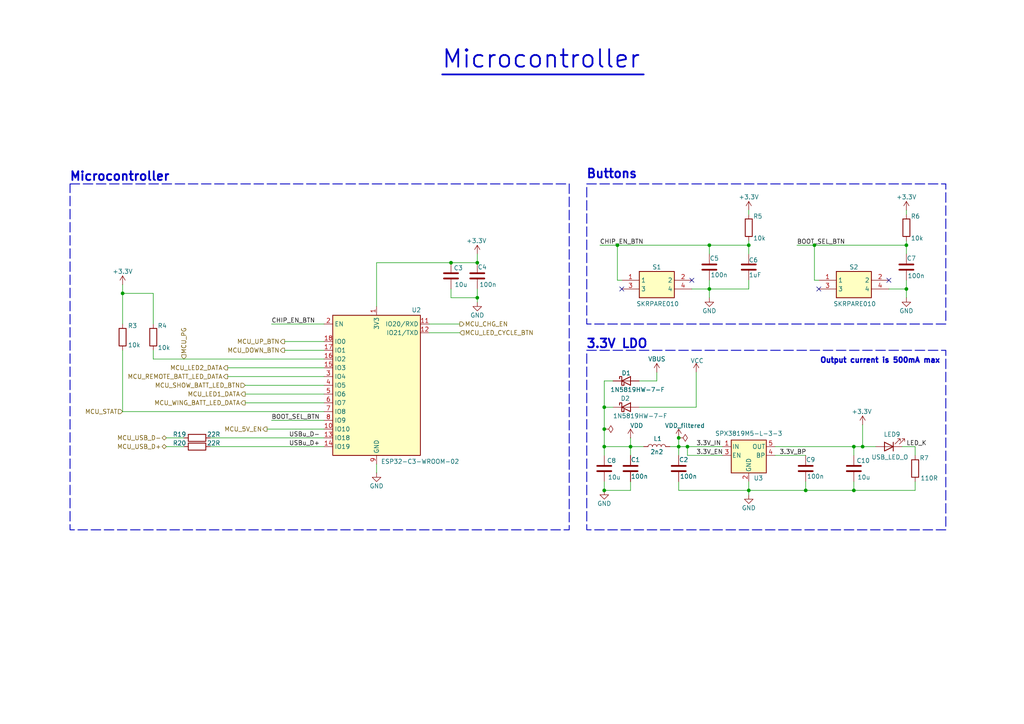
<source format=kicad_sch>
(kicad_sch (version 20250114) (generator "eeschema") (generator_version "9.0")
  (paper "A4")
  (lib_symbols
    (symbol "Device:C" (pin_numbers (hide yes)) (pin_names (offset 0.254))
      (property "Reference" "C" (at 0.635 2.54 0))
      (property "Value" "C" (at 0.635 -2.54 0))
      (symbol "C_0_1"
        (polyline (pts (xy -2.032 0.762) (xy 2.032 0.762)) (stroke (width 0.508)))
        (polyline (pts (xy -2.032 -0.762) (xy 2.032 -0.762)) (stroke (width 0.508)))
      )
      (symbol "C_1_1"
        (pin passive line (at 0 3.81 270) (length 2.794) (name "~") (number "1"))
        (pin passive line (at 0 -3.81 90) (length 2.794) (name "~") (number "2"))
      )
    )
    (symbol "Device:D_Schottky" (pin_numbers (hide yes)) (pin_names (offset 1.016) (hide yes))
      (property "Reference" "D" (at 0 2.54 0))
      (property "Value" "D_Schottky" (at 0 -2.54 0))
      (symbol "D_Schottky_0_1"
        (polyline (pts (xy -1.905 0.635) (xy -1.905 1.27) (xy -1.27 1.27) (xy -1.27 -1.27) (xy -0.635 -1.27) (xy -0.635 -0.635)) (stroke (width 0.254)))
        (polyline (pts (xy 1.27 1.27) (xy 1.27 -1.27) (xy -1.27 0) (xy 1.27 1.27)) (stroke (width 0.254)))
        (polyline (pts (xy 1.27 0) (xy -1.27 0)))
      )
      (symbol "D_Schottky_1_1"
        (pin passive line (at -3.81 0 0) (length 2.54) (name "K") (number "1"))
        (pin passive line (at 3.81 0 180) (length 2.54) (name "A") (number "2"))
      )
    )
    (symbol "Device:L" (pin_numbers (hide yes)) (pin_names (offset 1.016) (hide yes))
      (property "Reference" "L" (at -1.27 0 90))
      (property "Value" "L" (at 1.905 0 90))
      (symbol "L_0_1"
        (arc (start 0 2.54) (mid 0.6323 1.905) (end 0 1.27))
        (arc (start 0 1.27) (mid 0.6323 0.635) (end 0 0))
        (arc (start 0 0) (mid 0.6323 -0.635) (end 0 -1.27))
        (arc (start 0 -1.27) (mid 0.6323 -1.905) (end 0 -2.54))
      )
      (symbol "L_1_1"
        (pin passive line (at 0 3.81 270) (length 1.27) (name "1") (number "1"))
        (pin passive line (at 0 -3.81 90) (length 1.27) (name "2") (number "2"))
      )
    )
    (symbol "Device:LED" (pin_numbers (hide yes)) (pin_names (offset 1.016) (hide yes))
      (property "Reference" "D" (at 0 2.54 0))
      (property "Value" "LED" (at 0 -2.54 0))
      (symbol "LED_0_1"
        (polyline (pts (xy -3.048 -0.762) (xy -4.572 -2.286) (xy -3.81 -2.286) (xy -4.572 -2.286) (xy -4.572 -1.524)))
        (polyline (pts (xy -1.778 -0.762) (xy -3.302 -2.286) (xy -2.54 -2.286) (xy -3.302 -2.286) (xy -3.302 -1.524)))
        (polyline (pts (xy -1.27 0) (xy 1.27 0)))
        (polyline (pts (xy -1.27 -1.27) (xy -1.27 1.27)) (stroke (width 0.254)))
        (polyline (pts (xy 1.27 -1.27) (xy 1.27 1.27) (xy -1.27 0) (xy 1.27 -1.27)) (stroke (width 0.254)))
      )
      (symbol "LED_1_1"
        (pin passive line (at -3.81 0 0) (length 2.54) (name "K") (number "1"))
        (pin passive line (at 3.81 0 180) (length 2.54) (name "A") (number "2"))
      )
    )
    (symbol "No silk screen devices:R" (pin_numbers (hide yes)) (pin_names (offset 0))
      (property "Reference" "R" (at 2.032 0 90))
      (property "Value" "R" (at 0 0 90))
      (symbol "R_0_1"
        (rectangle (start -1.016 -2.54) (end 1.016 2.54) (stroke (width 0.254)))
      )
      (symbol "R_1_1"
        (pin passive line (at 0 3.81 270) (length 1.27) (name "~") (number "1"))
        (pin passive line (at 0 -3.81 90) (length 1.27) (name "~") (number "2"))
      )
    )
    (symbol "RF_Module:ESP32-C3-WROOM-02"
      (property "Reference" "U" (at -12.192 21.336 0))
      (property "Value" "ESP32-C3-WROOM-02" (at 12.192 21.336 0))
      (symbol "ESP32-C3-WROOM-02_1_1"
        (rectangle (start -12.7 20.32) (end 12.7 -20.32) (stroke (width 0.254)) (fill (type background)))
        (pin input line (at -15.24 17.78 0) (length 2.54) (name "EN") (number "2"))
        (pin bidirectional line (at -15.24 12.7 0) (length 2.54) (name "IO0") (number "18"))
        (pin bidirectional line (at -15.24 10.16 0) (length 2.54) (name "IO1") (number "17"))
        (pin bidirectional line (at -15.24 7.62 0) (length 2.54) (name "IO2") (number "16"))
        (pin bidirectional line (at -15.24 5.08 0) (length 2.54) (name "IO3") (number "15"))
        (pin bidirectional line (at -15.24 2.54 0) (length 2.54) (name "IO4") (number "3"))
        (pin bidirectional line (at -15.24 0 0) (length 2.54) (name "IO5") (number "4"))
        (pin bidirectional line (at -15.24 -2.54 0) (length 2.54) (name "IO6") (number "5"))
        (pin bidirectional line (at -15.24 -5.08 0) (length 2.54) (name "IO7") (number "6"))
        (pin bidirectional line (at -15.24 -7.62 0) (length 2.54) (name "IO8") (number "7"))
        (pin bidirectional line (at -15.24 -10.16 0) (length 2.54) (name "IO9") (number "8"))
        (pin bidirectional line (at -15.24 -12.7 0) (length 2.54) (name "IO10") (number "10"))
        (pin bidirectional line (at -15.24 -15.24 0) (length 2.54) (name "IO18") (number "13"))
        (pin bidirectional line (at -15.24 -17.78 0) (length 2.54) (name "IO19") (number "14"))
        (pin power_in line (at 0 22.86 270) (length 2.54) (name "3V3") (number "1"))
        (pin passive line (at 0 -22.86 90) (length 2.54) (hide yes) (name "GND") (number "19"))
        (pin power_in line (at 0 -22.86 90) (length 2.54) (name "GND") (number "9"))
        (pin bidirectional line (at 15.24 17.78 180) (length 2.54) (name "IO20/RXD") (number "11"))
        (pin bidirectional line (at 15.24 15.24 180) (length 2.54) (name "IO21/TXD") (number "12"))
      )
    )
    (symbol "Regulator_Linear:SPX3819M5-L-3-3" (pin_names (offset 0.254))
      (property "Reference" "U" (at -3.81 5.715 0))
      (property "Value" "SPX3819M5-L-3-3" (at 0 5.715 0))
      (symbol "SPX3819M5-L-3-3_0_1"
        (rectangle (start -5.08 4.445) (end 5.08 -5.08) (stroke (width 0.254)) (fill (type background)))
      )
      (symbol "SPX3819M5-L-3-3_1_1"
        (pin power_in line (at -7.62 2.54 0) (length 2.54) (name "IN") (number "1"))
        (pin input line (at -7.62 0 0) (length 2.54) (name "EN") (number "3"))
        (pin power_in line (at 0 -7.62 90) (length 2.54) (name "GND") (number "2"))
        (pin power_out line (at 7.62 2.54 180) (length 2.54) (name "OUT") (number "5"))
        (pin input line (at 7.62 0 180) (length 2.54) (name "BP") (number "4"))
      )
    )
    (symbol "SKRPARE010_1"
      (property "Reference" "S" (at 16.51 7.62 0))
      (property "Value" "SKRPARE010" (at 16.51 5.08 0))
      (symbol "SKRPARE010_1_1_1"
        (rectangle (start 5.08 2.54) (end 15.24 -5.08) (stroke (width 0.254)) (fill (type background)))
        (pin passive line (at 0 0 0) (length 5.08) (name "1") (number "1"))
        (pin passive line (at 0 -2.54 0) (length 5.08) (name "3") (number "3"))
        (pin passive line (at 20.32 0 180) (length 5.08) (name "2") (number "2"))
        (pin passive line (at 20.32 -2.54 180) (length 5.08) (name "4") (number "4"))
      )
    )
    (symbol "power:+3.3V" (power) (pin_numbers (hide yes)) (pin_names (offset 0) (hide yes))
      (property "Value" "+3.3V" (at 0 3.556 0))
      (symbol "+3.3V_0_1"
        (polyline (pts (xy -0.762 1.27) (xy 0 2.54)))
        (polyline (pts (xy 0 2.54) (xy 0.762 1.27)))
        (polyline (pts (xy 0 0) (xy 0 2.54)))
      )
      (symbol "+3.3V_1_1"
        (pin power_in line (at 0 0 90) (length 0) (name "~") (number "1"))
      )
    )
    (symbol "power:GND" (power) (pin_numbers (hide yes)) (pin_names (offset 0) (hide yes))
      (property "Value" "GND" (at 0 -3.81 0))
      (symbol "GND_0_1"
        (polyline (pts (xy 0 0) (xy 0 -1.27) (xy 1.27 -1.27) (xy 0 -2.54) (xy -1.27 -1.27) (xy 0 -1.27)))
      )
      (symbol "GND_1_1"
        (pin power_in line (at 0 0 270) (length 0) (name "~") (number "1"))
      )
    )
    (symbol "power:PWR_FLAG" (power) (pin_numbers (hide yes)) (pin_names (offset 0) (hide yes))
      (property "Value" "PWR_FLAG" (at 0 3.81 0))
      (symbol "PWR_FLAG_0_0"
        (pin power_out line (at 0 0 90) (length 0) (name "~") (number "1"))
      )
      (symbol "PWR_FLAG_0_1"
        (polyline (pts (xy 0 0) (xy 0 1.27) (xy -1.016 1.905) (xy 0 2.54) (xy 1.016 1.905) (xy 0 1.27)))
      )
    )
    (symbol "power:VBUS" (power) (pin_numbers (hide yes)) (pin_names (offset 0) (hide yes))
      (property "Value" "VBUS" (at 0 3.556 0))
      (symbol "VBUS_0_1"
        (polyline (pts (xy -0.762 1.27) (xy 0 2.54)))
        (polyline (pts (xy 0 2.54) (xy 0.762 1.27)))
        (polyline (pts (xy 0 0) (xy 0 2.54)))
      )
      (symbol "VBUS_1_1"
        (pin power_in line (at 0 0 90) (length 0) (name "~") (number "1"))
      )
    )
    (symbol "power:VCC" (power) (pin_numbers (hide yes)) (pin_names (offset 0) (hide yes))
      (property "Value" "VCC" (at 0 3.556 0))
      (symbol "VCC_0_1"
        (polyline (pts (xy -0.762 1.27) (xy 0 2.54)))
        (polyline (pts (xy 0 2.54) (xy 0.762 1.27)))
        (polyline (pts (xy 0 0) (xy 0 2.54)))
      )
      (symbol "VCC_1_1"
        (pin power_in line (at 0 0 90) (length 0) (name "~") (number "1"))
      )
    )
  )
  (rectangle (start 20.32 53.34) (end 165.1 153.67) (stroke (width 0.254) (type dash)))
  (rectangle (start 170.18 101.6) (end 274.32 153.67) (stroke (width 0.254) (type dash)))
  (rectangle (start 170.18 53.34) (end 274.32 93.98) (stroke (width 0.254) (type dash)))
  (text "Output current is 500mA max" (at 237.744 104.648 0) (effects (font (size 1.524 1.524) (thickness 0.4064) (bold yes)) (justify left)))
  (text "Microcontroller\n" (at 156.972 17.272 0) (effects (font (size 5.08 5.08) (thickness 0.508) (bold yes))))
  (text "Microcontroller" (at 20.066 51.308 0) (effects (font (size 2.54 2.54) (thickness 0.508) (bold yes)) (justify left)))
  (text "Buttons" (at 169.926 50.546 0) (effects (font (size 2.54 2.54) (thickness 0.508) (bold yes)) (justify left)))
  (text "3.3V LDO" (at 169.926 99.822 0) (effects (font (size 2.54 2.54) (thickness 0.508) (bold yes)) (justify left)))
  (junction (at 175.26 124.46))
  (junction (at 205.74 83.82))
  (junction (at 196.85 127))
  (junction (at 196.85 129.54))
  (junction (at 175.26 129.54))
  (junction (at 175.26 142.24))
  (junction (at 217.17 142.24))
  (junction (at 217.17 71.12))
  (junction (at 236.22 71.12))
  (junction (at 250.19 129.54))
  (junction (at 199.39 129.54))
  (junction (at 205.74 71.12))
  (junction (at 138.43 86.36))
  (junction (at 175.26 118.11))
  (junction (at 130.81 76.2))
  (junction (at 233.68 142.24))
  (junction (at 182.88 129.54))
  (junction (at 262.89 71.12))
  (junction (at 179.07 71.12))
  (junction (at 138.43 76.2))
  (junction (at 247.65 129.54))
  (junction (at 35.56 85.09))
  (junction (at 247.65 142.24))
  (junction (at 262.89 83.82))
  (no_connect (at 237.49 83.82))
  (no_connect (at 257.81 81.28))
  (no_connect (at 200.66 81.28))
  (no_connect (at 180.34 83.82))
  (wire (pts (xy 190.5 107.95) (xy 190.5 110.49)))
  (wire (pts (xy 209.55 132.08) (xy 199.39 132.08)))
  (wire (pts (xy 78.74 121.92) (xy 93.98 121.92)))
  (wire (pts (xy 182.88 139.7) (xy 182.88 142.24)))
  (wire (pts (xy 44.45 93.98) (xy 44.45 85.09)))
  (wire (pts (xy 205.74 83.82) (xy 205.74 81.28)))
  (wire (pts (xy 196.85 142.24) (xy 217.17 142.24)))
  (wire (pts (xy 224.79 129.54) (xy 247.65 129.54)))
  (wire (pts (xy 35.56 82.55) (xy 35.56 85.09)))
  (wire (pts (xy 262.89 69.85) (xy 262.89 71.12)))
  (wire (pts (xy 236.22 81.28) (xy 236.22 71.12)))
  (wire (pts (xy 265.43 132.08) (xy 265.43 129.54)))
  (wire (pts (xy 182.88 127) (xy 182.88 129.54)))
  (wire (pts (xy 257.81 83.82) (xy 262.89 83.82)))
  (wire (pts (xy 175.26 139.7) (xy 175.26 142.24)))
  (wire (pts (xy 224.79 132.08) (xy 233.68 132.08)))
  (wire (pts (xy 77.47 124.46) (xy 93.98 124.46)))
  (wire (pts (xy 179.07 71.12) (xy 205.74 71.12)))
  (wire (pts (xy 177.8 110.49) (xy 175.26 110.49)))
  (wire (pts (xy 236.22 71.12) (xy 262.89 71.12)))
  (wire (pts (xy 196.85 129.54) (xy 199.39 129.54)))
  (wire (pts (xy 217.17 69.85) (xy 217.17 71.12)))
  (wire (pts (xy 82.55 101.6) (xy 93.98 101.6)))
  (wire (pts (xy 60.96 127) (xy 93.98 127)))
  (wire (pts (xy 138.43 73.66) (xy 138.43 76.2)))
  (wire (pts (xy 35.56 101.6) (xy 35.56 119.38)))
  (wire (pts (xy 60.96 129.54) (xy 93.98 129.54)))
  (wire (pts (xy 217.17 142.24) (xy 217.17 143.51)))
  (wire (pts (xy 138.43 76.2) (xy 130.81 76.2)))
  (wire (pts (xy 217.17 60.96) (xy 217.17 62.23)))
  (wire (pts (xy 200.66 83.82) (xy 205.74 83.82)))
  (wire (pts (xy 130.81 83.82) (xy 130.81 86.36)))
  (wire (pts (xy 138.43 83.82) (xy 138.43 86.36)))
  (wire (pts (xy 262.89 83.82) (xy 262.89 81.28)))
  (wire (pts (xy 247.65 139.7) (xy 247.65 142.24)))
  (wire (pts (xy 173.99 71.12) (xy 179.07 71.12)))
  (wire (pts (xy 196.85 139.7) (xy 196.85 142.24)))
  (wire (pts (xy 265.43 142.24) (xy 247.65 142.24)))
  (wire (pts (xy 175.26 124.46) (xy 175.26 129.54)))
  (wire (pts (xy 35.56 85.09) (xy 44.45 85.09)))
  (wire (pts (xy 217.17 83.82) (xy 205.74 83.82)))
  (wire (pts (xy 182.88 129.54) (xy 186.69 129.54)))
  (wire (pts (xy 66.04 106.68) (xy 93.98 106.68)))
  (wire (pts (xy 180.34 81.28) (xy 179.07 81.28)))
  (wire (pts (xy 194.31 129.54) (xy 196.85 129.54)))
  (wire (pts (xy 254 129.54) (xy 250.19 129.54)))
  (wire (pts (xy 71.12 114.3) (xy 93.98 114.3)))
  (wire (pts (xy 217.17 139.7) (xy 217.17 142.24)))
  (wire (pts (xy 250.19 129.54) (xy 247.65 129.54)))
  (wire (pts (xy 175.26 129.54) (xy 182.88 129.54)))
  (wire (pts (xy 265.43 129.54) (xy 261.62 129.54)))
  (wire (pts (xy 196.85 127) (xy 196.85 129.54)))
  (wire (pts (xy 262.89 83.82) (xy 262.89 86.36)))
  (wire (pts (xy 109.22 76.2) (xy 130.81 76.2)))
  (wire (pts (xy 217.17 73.66) (xy 217.17 71.12)))
  (wire (pts (xy 109.22 76.2) (xy 109.22 88.9)))
  (wire (pts (xy 44.45 101.6) (xy 44.45 104.14)))
  (wire (pts (xy 265.43 139.7) (xy 265.43 142.24)))
  (wire (pts (xy 175.26 110.49) (xy 175.26 118.11)))
  (wire (pts (xy 78.74 93.98) (xy 93.98 93.98)))
  (wire (pts (xy 124.46 96.52) (xy 133.35 96.52)))
  (wire (pts (xy 71.12 111.76) (xy 93.98 111.76)))
  (wire (pts (xy 205.74 71.12) (xy 205.74 73.66)))
  (wire (pts (xy 48.26 129.54) (xy 53.34 129.54)))
  (wire (pts (xy 35.56 119.38) (xy 93.98 119.38)))
  (wire (pts (xy 201.93 107.95) (xy 201.93 118.11)))
  (wire (pts (xy 48.26 127) (xy 53.34 127)))
  (wire (pts (xy 217.17 81.28) (xy 217.17 83.82)))
  (wire (pts (xy 71.12 116.84) (xy 93.98 116.84)))
  (wire (pts (xy 190.5 110.49) (xy 185.42 110.49)))
  (wire (pts (xy 182.88 129.54) (xy 182.88 132.08)))
  (polyline (pts (xy 128.27 21.59) (xy 186.69 21.59)) (stroke (width 0.5) (type solid)))
  (wire (pts (xy 237.49 81.28) (xy 236.22 81.28)))
  (wire (pts (xy 138.43 87.63) (xy 138.43 86.36)))
  (wire (pts (xy 233.68 139.7) (xy 233.68 142.24)))
  (wire (pts (xy 199.39 129.54) (xy 209.55 129.54)))
  (wire (pts (xy 247.65 129.54) (xy 247.65 132.08)))
  (wire (pts (xy 250.19 123.19) (xy 250.19 129.54)))
  (wire (pts (xy 175.26 118.11) (xy 175.26 124.46)))
  (wire (pts (xy 82.55 99.06) (xy 93.98 99.06)))
  (wire (pts (xy 205.74 71.12) (xy 217.17 71.12)))
  (wire (pts (xy 231.14 71.12) (xy 236.22 71.12)))
  (wire (pts (xy 179.07 81.28) (xy 179.07 71.12)))
  (wire (pts (xy 196.85 129.54) (xy 196.85 132.08)))
  (wire (pts (xy 217.17 142.24) (xy 233.68 142.24)))
  (wire (pts (xy 199.39 132.08) (xy 199.39 129.54)))
  (wire (pts (xy 109.22 134.62) (xy 109.22 137.16)))
  (wire (pts (xy 66.04 109.22) (xy 93.98 109.22)))
  (wire (pts (xy 175.26 132.08) (xy 175.26 129.54)))
  (wire (pts (xy 262.89 60.96) (xy 262.89 62.23)))
  (wire (pts (xy 182.88 142.24) (xy 175.26 142.24)))
  (wire (pts (xy 35.56 93.98) (xy 35.56 85.09)))
  (wire (pts (xy 175.26 118.11) (xy 177.8 118.11)))
  (wire (pts (xy 205.74 83.82) (xy 205.74 86.36)))
  (wire (pts (xy 247.65 142.24) (xy 233.68 142.24)))
  (wire (pts (xy 262.89 71.12) (xy 262.89 73.66)))
  (wire (pts (xy 44.45 104.14) (xy 93.98 104.14)))
  (wire (pts (xy 124.46 93.98) (xy 133.35 93.98)))
  (wire (pts (xy 185.42 118.11) (xy 201.93 118.11)))
  (wire (pts (xy 130.81 86.36) (xy 138.43 86.36)))
  (label "BOOT_SEL_BTN" (at 231.14 71.12 0))
  (label "CHIP_EN_BTN" (at 78.74 93.98 0))
  (label "3.3V_IN" (at 201.93 129.54 0))
  (label "USBu_D+" (at 83.82 129.54 0))
  (label "3.3V_BP" (at 226.06 132.08 0))
  (label "BOOT_SEL_BTN" (at 78.74 121.92 0))
  (label "3.3V_EN" (at 201.93 132.08 0))
  (label "LED_K" (at 262.89 129.54 0))
  (label "USBu_D-" (at 83.82 127 0))
  (label "CHIP_EN_BTN" (at 173.99 71.12 0))
  (hierarchical_label "MCU_LED2_DATA" (shape output) (at 66.04 106.68 180))
  (hierarchical_label "MCU_LED1_DATA" (shape output) (at 71.12 114.3 180))
  (hierarchical_label "MCU_SHOW_BATT_LED_BTN" (shape input) (at 71.12 111.76 180))
  (hierarchical_label "MCU_DOWN_BTN" (shape output) (at 82.55 101.6 180))
  (hierarchical_label "MCU_REMOTE_BATT_LED_DATA" (shape output) (at 66.04 109.22 180))
  (hierarchical_label "MCU_STAT" (shape input) (at 35.56 119.38 180))
  (hierarchical_label "MCU_USB_D-" (shape bidirectional) (at 48.26 127 180))
  (hierarchical_label "MCU_5V_EN" (shape output) (at 77.47 124.46 180))
  (hierarchical_label "MCU_LED_CYCLE_BTN" (shape input) (at 133.35 96.52 0))
  (hierarchical_label "MCU_UP_BTN" (shape output) (at 82.55 99.06 180))
  (hierarchical_label "MCU_USB_D+" (shape bidirectional) (at 48.26 129.54 180))
  (hierarchical_label "MCU_CHG_EN" (shape output) (at 133.35 93.98 0))
  (hierarchical_label "MCU_WING_BATT_LED_DATA" (shape output) (at 71.12 116.84 180))
  (hierarchical_label "MCU_PG" (shape input) (at 53.34 104.14 90))
  (symbol (lib_id "power:VBUS") (at 190.5 107.95 0) (unit 1)
    (property "Reference" "#PWR012" (effects (hide yes)))
    (property "Value" "VBUS" (at 190.5 104.14 0))
    (property "Description" "Power symbol creates a global label with name \"VBUS\"" (effects (hide yes)))
  )
  (symbol (lib_id "Device:C") (at 205.74 77.47 180) (unit 1)
    (property "Reference" "C5" (at 208.534 74.93 0) (effects (justify left)))
    (property "Value" "100n" (at 211.074 79.756 0) (effects (justify left)))
    (property "Footprint" "No_silkscreen:C_0402_1005Metric" (effects (hide yes)))
    (property "Description" "CC0402KRX7R8BB104" (effects (hide yes)))
  )
  (symbol (lib_id "power:GND") (at 262.89 86.36 0) (unit 1)
    (property "Reference" "#PWR0123" (effects (hide yes)))
    (property "Value" "GND" (at 262.89 90.17 0))
    (property "Description" "Power symbol creates a global label with name \"GND\" , ground" (effects (hide yes)))
  )
  (symbol (lib_id "power:PWR_FLAG") (at 175.26 124.46 270) (unit 1)
    (property "Reference" "#FLG0103" (effects (hide yes)))
    (property "Value" "PWR_FLAG" (effects (hide yes)))
    (property "Description" "Special symbol for telling ERC where power comes from" (effects (hide yes)))
  )
  (symbol (lib_id "Device:C") (at 262.89 77.47 180) (unit 1)
    (property "Reference" "C7" (at 265.684 74.93 0) (effects (justify left)))
    (property "Value" "100n" (at 268.224 80.01 0) (effects (justify left)))
    (property "Footprint" "No_silkscreen:C_0402_1005Metric" (effects (hide yes)))
    (property "Description" "CC0402KRX7R8BB104" (effects (hide yes)))
  )
  (symbol (lib_id "No silk screen devices:R") (at 57.15 127 90) (unit 1)
    (property "Reference" "R19" (at 52.07 125.984 90))
    (property "Value" "22R" (at 61.976 125.984 90))
    (property "Footprint" "No_silkscreen:R_0402_1005Metric" (effects (hide yes)))
    (property "Description" "Resistor" (effects (hide yes)))
  )
  (symbol (lib_id "power:GND") (at 205.74 86.36 0) (unit 1)
    (property "Reference" "#PWR0121" (effects (hide yes)))
    (property "Value" "GND" (at 205.74 90.17 0))
    (property "Description" "Power symbol creates a global label with name \"GND\" , ground" (effects (hide yes)))
  )
  (symbol (lib_id "power:VBUS") (at 196.85 127 0) (unit 1)
    (property "Reference" "#PWR0130" (effects (hide yes)))
    (property "Value" "VDD_filtered" (at 198.628 123.444 0))
    (property "Description" "Power symbol creates a global label with name \"VBUS\"" (effects (hide yes)))
  )
  (symbol (lib_id "Device:C") (at 138.43 80.01 180) (unit 1)
    (property "Reference" "C4" (at 141.224 77.47 0) (effects (justify left)))
    (property "Value" "100n" (at 144.018 82.55 0) (effects (justify left)))
    (property "Footprint" "No_silkscreen:C_0402_1005Metric" (effects (hide yes)))
    (property "Description" "CC0402KRX7R8BB104" (effects (hide yes)))
  )
  (symbol (lib_id "Device:C") (at 196.85 135.89 180) (unit 1)
    (property "Reference" "C2" (at 199.644 133.35 0) (effects (justify left)))
    (property "Value" "100n" (at 202.184 138.176 0) (effects (justify left)))
    (property "Footprint" "No_silkscreen:C_0402_1005Metric" (effects (hide yes)))
    (property "Description" "CC0402KRX7R8BB104" (effects (hide yes)))
  )
  (symbol (lib_id "power:+3.3V") (at 217.17 60.96 0) (unit 1)
    (property "Reference" "#PWR0120" (effects (hide yes)))
    (property "Value" "+3.3V" (at 217.17 57.15 0))
    (property "Description" "Power symbol creates a global label with name \"+3.3V\"" (effects (hide yes)))
  )
  (symbol (lib_id "Device:D_Schottky") (at 181.61 118.11 0) (unit 1)
    (property "Reference" "D2" (at 181.356 115.57 0))
    (property "Value" "1N5819HW-7-F" (at 185.674 120.65 0))
    (property "Footprint" "Diode_SMD:D_SOD-123" (effects (hide yes)))
    (property "Description" "Schottky diode" (effects (hide yes)))
  )
  (symbol (lib_name "SKRPARE010_1") (lib_id "SKRPARE010:SKRPARE010") (at 237.49 81.28 0) (unit 1)
    (property "Reference" "S2" (at 247.65 77.47 0))
    (property "Value" "SKRPARE010" (at 247.904 88.138 0))
    (property "Footprint" "SKRPARE010:SKRPARE010" (effects (hide yes)))
    (property "Datasheet" "https://tech.alpsalpine.com/e/products/detail/SKRPARE010/" (effects (hide yes)))
    (property "Description" "Tactile Switches F=5N ,100M min. 100V DC for 1 min. 250V AC for 1 min. 50mA 16V DC , -40 to +90" (effects (hide yes)))
    (property "Height" "2.5" (effects (hide yes)))
    (property "Mouser Part Number" "688-SKRPARE010" (effects (hide yes)))
    (property "Mouser Price/Stock" "https://www.mouser.co.uk/ProductDetail/Alps-Alpine/SKRPARE010?qs=w%2Fv1CP2dgqqtJ13ywv6BaA%3D%3D" (effects (hide yes)))
    (property "Manufacturer_Name" "ALPS Electric" (effects (hide yes)))
    (property "Manufacturer_Part_Number" "SKRPARE010" (effects (hide yes)))
  )
  (symbol (lib_id "Device:C") (at 217.17 77.47 0) (unit 1)
    (property "Reference" "C6" (at 217.17 75.438 0) (effects (justify left)))
    (property "Value" "1uF" (at 217.17 79.756 0) (effects (justify left)))
    (property "Footprint" "No_silkscreen:C_0402_1005Metric" (effects (hide yes)))
    (property "Description" "Unpolarized capacitor" (effects (hide yes)))
  )
  (symbol (lib_id "power:+3.3V") (at 250.19 123.19 0) (unit 1)
    (property "Reference" "#PWR0119" (effects (hide yes)))
    (property "Value" "+3.3V" (at 249.936 119.38 0))
    (property "Description" "Power symbol creates a global label with name \"+3.3V\"" (effects (hide yes)))
  )
  (symbol (lib_id "power:PWR_FLAG") (at 196.85 127 270) (unit 1)
    (property "Reference" "#FLG01" (effects (hide yes)))
    (property "Value" "PWR_FLAG" (effects (hide yes)))
    (property "Description" "Special symbol for telling ERC where power comes from" (effects (hide yes)))
  )
  (symbol (lib_id "No silk screen devices:R") (at 265.43 135.89 0) (unit 1)
    (property "Reference" "R7" (at 266.7 132.842 0) (effects (justify left)))
    (property "Value" "110R" (at 266.954 138.684 0) (effects (justify left)))
    (property "Footprint" "No_silkscreen:R_0402_1005Metric" (effects (hide yes)))
    (property "Description" "Resistor" (effects (hide yes)))
  )
  (symbol (lib_id "power:GND") (at 175.26 142.24 0) (unit 1)
    (property "Reference" "#PWR0132" (effects (hide yes)))
    (property "Value" "GND" (at 175.26 146.05 0))
    (property "Description" "Power symbol creates a global label with name \"GND\" , ground" (effects (hide yes)))
  )
  (symbol (lib_id "RF_Module:ESP32-C3-WROOM-02") (at 109.22 111.76 0) (unit 1)
    (property "Reference" "U2" (at 119.38 89.916 0) (effects (justify left)))
    (property "Value" "ESP32-C3-WROOM-02" (at 110.49 133.858 0) (effects (justify left)))
    (property "Footprint" "RF_Module:ESP32-C3-WROOM-02" (effects (hide yes)))
    (property "Datasheet" "https://www.espressif.com/sites/default/files/documentation/esp32-c3-wroom-02_datasheet_en.pdf" (effects (hide yes)))
    (property "Description" "802.11 b/g/n Wi­Fi and Bluetooth 5 module, ESP32­C3 SoC, RISC­V microprocessor, On-board antenna" (effects (hide yes)))
  )
  (symbol (lib_id "No silk screen devices:R") (at 217.17 66.04 0) (unit 1)
    (property "Reference" "R5" (at 218.44 62.738 0) (effects (justify left)))
    (property "Value" "10k" (at 218.44 69.088 0) (effects (justify left)))
    (property "Footprint" "No_silkscreen:R_0402_1005Metric" (effects (hide yes)))
    (property "Description" "Resistor" (effects (hide yes)))
  )
  (symbol (lib_id "Device:C") (at 233.68 135.89 180) (unit 1)
    (property "Reference" "C9" (at 236.474 133.35 0) (effects (justify left)))
    (property "Value" "100n" (at 239.014 138.176 0) (effects (justify left)))
    (property "Footprint" "No_silkscreen:C_0402_1005Metric" (effects (hide yes)))
    (property "Description" "CC0402KRX7R8BB104" (effects (hide yes)))
  )
  (symbol (lib_id "No silk screen devices:R") (at 262.89 66.04 0) (unit 1)
    (property "Reference" "R6" (at 264.16 62.738 0) (effects (justify left)))
    (property "Value" "10k" (at 264.16 69.088 0) (effects (justify left)))
    (property "Footprint" "No_silkscreen:R_0402_1005Metric" (effects (hide yes)))
    (property "Description" "Resistor" (effects (hide yes)))
  )
  (symbol (lib_id "power:GND") (at 217.17 143.51 0) (unit 1)
    (property "Reference" "#PWR0129" (effects (hide yes)))
    (property "Value" "GND" (at 217.17 147.32 0))
    (property "Description" "Power symbol creates a global label with name \"GND\" , ground" (effects (hide yes)))
  )
  (symbol (lib_id "No silk screen devices:R") (at 35.56 97.79 0) (unit 1)
    (property "Reference" "R3" (at 37.084 94.488 0) (effects (justify left)))
    (property "Value" "10k" (at 37.084 100.076 0) (effects (justify left)))
    (property "Footprint" "No_silkscreen:R_0402_1005Metric" (effects (hide yes)))
    (property "Description" "Resistor" (effects (hide yes)))
  )
  (symbol (lib_id "Device:C") (at 130.81 80.01 0) (unit 1)
    (property "Reference" "C3" (at 131.572 77.724 0) (effects (justify left)))
    (property "Value" "10u" (at 131.826 82.55 0) (effects (justify left)))
    (property "Footprint" "No_silkscreen:C_0603_1608Metric" (effects (hide yes)))
    (property "Description" "Unpolarized capacitor" (effects (hide yes)))
  )
  (symbol (lib_id "Device:D_Schottky") (at 181.61 110.49 0) (unit 1)
    (property "Reference" "D1" (at 181.61 108.204 0))
    (property "Value" "1N5819HW-7-F" (at 184.912 113.03 0))
    (property "Footprint" "Diode_SMD:D_SOD-123" (effects (hide yes)))
    (property "Description" "Schottky diode" (effects (hide yes)))
  )
  (symbol (lib_id "No silk screen devices:R") (at 57.15 129.54 90) (unit 1)
    (property "Reference" "R20" (at 52.07 128.524 90))
    (property "Value" "22R" (at 61.976 128.524 90))
    (property "Footprint" "No_silkscreen:R_0402_1005Metric" (effects (hide yes)))
    (property "Description" "Resistor" (effects (hide yes)))
  )
  (symbol (lib_id "power:GND") (at 138.43 87.63 0) (unit 1)
    (property "Reference" "#PWR0118" (effects (hide yes)))
    (property "Value" "GND" (at 138.43 91.44 0))
    (property "Description" "Power symbol creates a global label with name \"GND\" , ground" (effects (hide yes)))
  )
  (symbol (lib_id "Device:C") (at 175.26 135.89 0) (unit 1)
    (property "Reference" "C8" (at 176.022 133.604 0) (effects (justify left)))
    (property "Value" "10u" (at 176.276 138.43 0) (effects (justify left)))
    (property "Footprint" "No_silkscreen:C_0603_1608Metric" (effects (hide yes)))
    (property "Description" "Unpolarized capacitor" (effects (hide yes)))
  )
  (symbol (lib_id "power:VBUS") (at 182.88 127 0) (unit 1)
    (property "Reference" "#PWR09" (effects (hide yes)))
    (property "Value" "VDD" (at 184.658 123.444 0))
    (property "Description" "Power symbol creates a global label with name \"VBUS\"" (effects (hide yes)))
  )
  (symbol (lib_id "power:+3.3V") (at 35.56 82.55 0) (unit 1)
    (property "Reference" "#PWR0124" (effects (hide yes)))
    (property "Value" "+3.3V" (at 35.56 78.74 0))
    (property "Description" "Power symbol creates a global label with name \"+3.3V\"" (effects (hide yes)))
  )
  (symbol (lib_id "Device:C") (at 247.65 135.89 0) (unit 1)
    (property "Reference" "C10" (at 248.412 133.604 0) (effects (justify left)))
    (property "Value" "10u" (at 248.666 138.43 0) (effects (justify left)))
    (property "Footprint" "No_silkscreen:C_0603_1608Metric" (effects (hide yes)))
    (property "Description" "Unpolarized capacitor" (effects (hide yes)))
  )
  (symbol (lib_id "No silk screen devices:R") (at 44.45 97.79 0) (unit 1)
    (property "Reference" "R4" (at 45.72 94.488 0) (effects (justify left)))
    (property "Value" "10k" (at 45.72 100.838 0) (effects (justify left)))
    (property "Footprint" "No_silkscreen:R_0402_1005Metric" (effects (hide yes)))
    (property "Description" "Resistor" (effects (hide yes)))
  )
  (symbol (lib_id "power:GND") (at 109.22 137.16 0) (unit 1)
    (property "Reference" "#PWR0125" (effects (hide yes)))
    (property "Value" "GND" (at 109.22 140.97 0))
    (property "Description" "Power symbol creates a global label with name \"GND\" , ground" (effects (hide yes)))
  )
  (symbol (lib_id "power:VCC") (at 201.93 107.95 0) (unit 1)
    (property "Reference" "#PWR0128" (effects (hide yes)))
    (property "Value" "VCC" (at 202.184 104.648 0))
    (property "Description" "Power symbol creates a global label with name \"VCC\"" (effects (hide yes)))
  )
  (symbol (lib_id "Device:LED") (at 257.81 129.54 180) (unit 1)
    (property "Reference" "LED9" (at 256.286 125.984 0) (effects (justify right)))
    (property "Value" "USB_LED_O" (at 252.73 132.588 0) (effects (justify right)))
    (property "Footprint" "LED_SMD:LED_0402_1005Metric" (effects (hide yes)))
    (property "Description" "Light emitting diode" (effects (hide yes)))
    (property "Sim.Pins" "1=K 2=A" (effects (hide yes)))
  )
  (symbol (lib_id "power:+3.3V") (at 138.43 73.66 0) (unit 1)
    (property "Reference" "#PWR0126" (effects (hide yes)))
    (property "Value" "+3.3V" (at 138.176 69.85 0))
    (property "Description" "Power symbol creates a global label with name \"+3.3V\"" (effects (hide yes)))
  )
  (symbol (lib_id "power:+3.3V") (at 262.89 60.96 0) (unit 1)
    (property "Reference" "#PWR0122" (effects (hide yes)))
    (property "Value" "+3.3V" (at 262.89 57.15 0))
    (property "Description" "Power symbol creates a global label with name \"+3.3V\"" (effects (hide yes)))
  )
  (symbol (lib_id "Device:C") (at 182.88 135.89 180) (unit 1)
    (property "Reference" "C1" (at 185.674 133.35 0) (effects (justify left)))
    (property "Value" "100n" (at 187.96 138.176 0) (effects (justify left)))
    (property "Footprint" "No_silkscreen:C_0402_1005Metric" (effects (hide yes)))
    (property "Description" "CC0402KRX7R8BB104" (effects (hide yes)))
  )
  (symbol (lib_id "Regulator_Linear:SPX3819M5-L-3-3") (at 217.17 132.08 0) (unit 1)
    (property "Reference" "U3" (at 219.964 138.684 0))
    (property "Value" "SPX3819M5-L-3-3" (at 217.17 125.73 0))
    (property "Footprint" "Package_TO_SOT_SMD:SOT-23-5" (effects (hide yes)))
    (property "Datasheet" "https://www.exar.com/content/document.ashx?id=22106&languageid=1033&type=Datasheet&partnumber=SPX3819&filename=SPX3819.pdf&part=SPX3819" (effects (hide yes)))
    (property "Description" "500mA Low drop-out regulator, Fixed Output 3.3V, SOT-23-5" (effects (hide yes)))
  )
  (symbol (lib_id "Device:L") (at 190.5 129.54 90) (unit 1)
    (property "Reference" "L1" (at 190.754 127.254 90))
    (property "Value" "2n2" (at 190.5 131.064 90))
    (property "Footprint" "Inductor_SMD:L_0402_1005Metric" (effects (hide yes)))
    (property "Description" "Inductor" (effects (hide yes)))
  )
  (symbol (lib_name "SKRPARE010_1") (lib_id "SKRPARE010:SKRPARE010") (at 180.34 81.28 0) (unit 1)
    (property "Reference" "S1" (at 190.5 77.47 0))
    (property "Value" "SKRPARE010" (at 190.754 88.138 0))
    (property "Footprint" "SKRPARE010:SKRPARE010" (effects (hide yes)))
    (property "Datasheet" "https://tech.alpsalpine.com/e/products/detail/SKRPARE010/" (effects (hide yes)))
    (property "Description" "Tactile Switches F=5N ,100M min. 100V DC for 1 min. 250V AC for 1 min. 50mA 16V DC , -40 to +90" (effects (hide yes)))
    (property "Height" "2.5" (effects (hide yes)))
    (property "Mouser Part Number" "688-SKRPARE010" (effects (hide yes)))
    (property "Mouser Price/Stock" "https://www.mouser.co.uk/ProductDetail/Alps-Alpine/SKRPARE010?qs=w%2Fv1CP2dgqqtJ13ywv6BaA%3D%3D" (effects (hide yes)))
    (property "Manufacturer_Name" "ALPS Electric" (effects (hide yes)))
    (property "Manufacturer_Part_Number" "SKRPARE010" (effects (hide yes)))
  )
)
</source>
